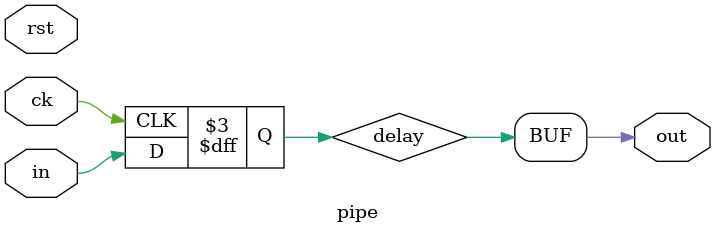
<source format=v>

   /*
    *
    */

module pipe
    #(parameter LENGTH=1, parameter INIT=0)
   (input wire ck, 
    /* verilator lint_off UNUSED */
    input wire rst, // TODO : remove me 
    /* verilator lint_on UNUSED */
    input wire in, 
    output wire out
);

    reg [(LENGTH-1):0] delay = INIT;

    generate 

        if (LENGTH == 1) begin

            always @(posedge ck) begin
                delay <= in;
            end

        end else begin

            always @(posedge ck) begin
                delay <= { delay[LENGTH-2:0], in };
            end

        end

    endgenerate

    assign out = delay[LENGTH-1];

endmodule



</source>
